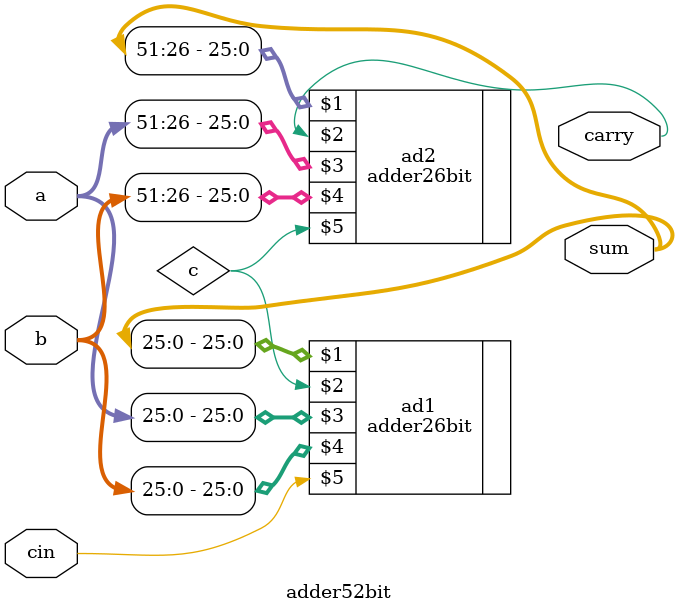
<source format=v>
`timescale 1ns / 1ps


module adder52bit(sum,carry,a,b,cin);
input [51:0]a,b;
input cin;
output [51:0] sum;
output carry;
wire c;
adder26bit ad1(sum[25:0],c,a[25:0],b[25:0],cin);
adder26bit ad2(sum[51:26],carry,a[51:26],b[51:26],c);
endmodule

</source>
